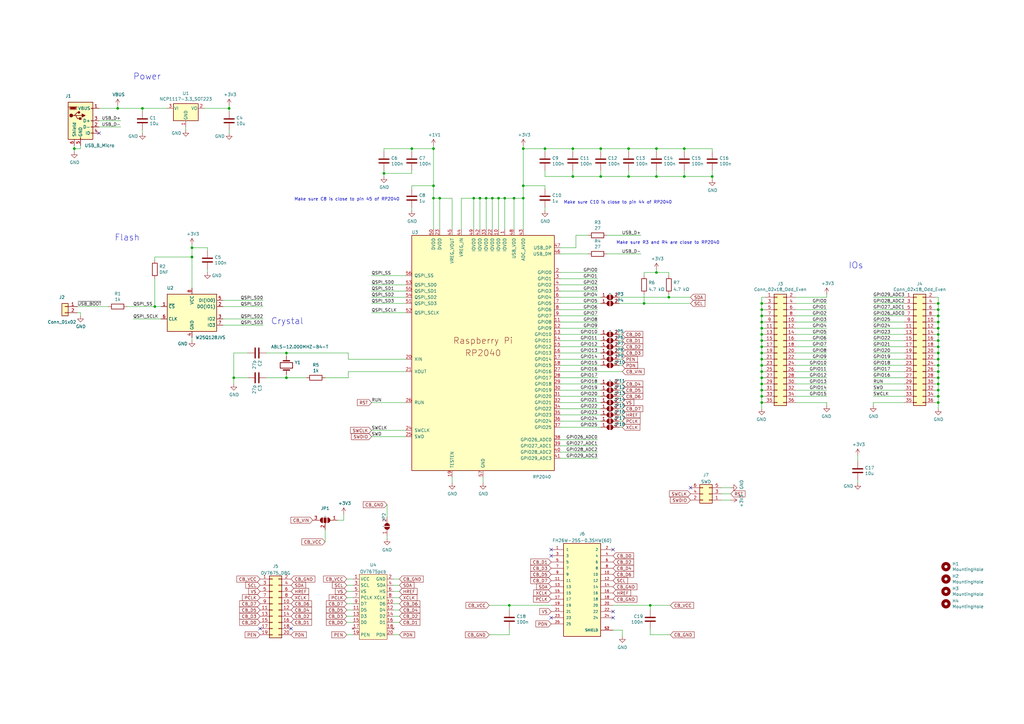
<source format=kicad_sch>
(kicad_sch (version 20211123) (generator eeschema)
  (paper "A3")
  (title_block (title "RP2040 Minimal Design Example") (date "2020-12-18") (rev "REV1") (company "Raspberry Pi (Trading) Ltd"))
  (junction (at 384.81 127))
  (junction (at 196.85 81.28))
  (junction (at 312.42 154.94))
  (junction (at 384.81 124.46))
  (junction (at 384.81 154.94))
  (junction (at 246.38 60.96))
  (junction (at 280.67 60.96))
  (junction (at 214.63 60.96))
  (junction (at 264.16 124.46))
  (junction (at 312.42 124.46))
  (junction (at 257.81 60.96))
  (junction (at 312.42 149.86))
  (junction (at 312.42 129.54))
  (junction (at 269.24 111.76))
  (junction (at 384.81 165.1))
  (junction (at 177.8 60.96))
  (junction (at 384.81 137.16))
  (junction (at 269.24 72.39))
  (junction (at 223.52 60.96))
  (junction (at 384.81 162.56))
  (junction (at 269.24 60.96))
  (junction (at 180.34 81.28))
  (junction (at 384.81 132.08))
  (junction (at 117.475 144.78))
  (junction (at 214.63 81.28))
  (junction (at 207.01 81.28))
  (junction (at 312.42 147.32))
  (junction (at 157.48 71.12))
  (junction (at 30.48 60.96))
  (junction (at 234.95 60.96))
  (junction (at 199.39 81.28))
  (junction (at 194.31 81.28))
  (junction (at 312.42 132.08))
  (junction (at 177.8 81.28))
  (junction (at 208.915 248.285))
  (junction (at 312.42 165.1))
  (junction (at 312.42 157.48))
  (junction (at 312.42 152.4))
  (junction (at 117.475 154.94))
  (junction (at 384.81 134.62))
  (junction (at 312.42 162.56))
  (junction (at 210.82 81.28))
  (junction (at 246.38 72.39))
  (junction (at 384.81 147.32))
  (junction (at 257.81 72.39))
  (junction (at 78.74 101.6))
  (junction (at 384.81 152.4))
  (junction (at 93.98 44.45))
  (junction (at 312.42 134.62))
  (junction (at 384.81 139.7))
  (junction (at 280.67 72.39))
  (junction (at 78.74 105.41))
  (junction (at 312.42 127))
  (junction (at 312.42 160.02))
  (junction (at 204.47 81.28))
  (junction (at 384.81 157.48))
  (junction (at 312.42 137.16))
  (junction (at 312.42 144.78))
  (junction (at 48.26 44.45))
  (junction (at 384.81 160.02))
  (junction (at 384.81 149.86))
  (junction (at 312.42 142.24))
  (junction (at 384.81 142.24))
  (junction (at 312.42 139.7))
  (junction (at 58.42 44.45))
  (junction (at 234.95 72.39))
  (junction (at 384.81 129.54))
  (junction (at 95.885 154.94))
  (junction (at 266.7 248.285))
  (junction (at 201.93 81.28))
  (junction (at 214.63 76.2))
  (junction (at 63.5 125.73))
  (junction (at 168.91 60.96))
  (junction (at 384.81 144.78))
  (junction (at 274.32 121.92))
  (junction (at 292.1 72.39))
  (junction (at 177.8 76.2))
  (no_connect (at 106.68 257.81))
  (no_connect (at 119.38 257.81))
  (no_connect (at 251.46 253.365))
  (no_connect (at 226.06 253.365))
  (no_connect (at 251.46 225.425))
  (no_connect (at 251.46 250.825))
  (no_connect (at 226.06 225.425))
  (no_connect (at 226.06 227.965))
  (no_connect (at 283.21 200.025))
  (no_connect (at 40.64 54.61))
  (wire (pts (xy 383.54 129.54) (xy 384.81 129.54)))
  (wire (pts (xy 63.5 106.68) (xy 63.5 105.41)))
  (wire (pts (xy 254 157.48) (xy 255.27 157.48)))
  (wire (pts (xy 48.26 44.45) (xy 58.42 44.45)))
  (wire (pts (xy 138.43 213.36) (xy 140.97 213.36)))
  (wire (pts (xy 313.69 127) (xy 312.42 127)))
  (wire (pts (xy 274.955 260.35) (xy 266.7 260.35)))
  (wire (pts (xy 339.09 144.78) (xy 326.39 144.78)))
  (wire (pts (xy 161.29 252.73) (xy 163.83 252.73)))
  (wire (pts (xy 312.42 121.92) (xy 312.42 124.46)))
  (wire (pts (xy 180.34 81.28) (xy 177.8 81.28)))
  (wire (pts (xy 251.46 258.445) (xy 255.27 258.445)))
  (wire (pts (xy 351.79 186.69) (xy 351.79 189.23)))
  (wire (pts (xy 248.92 104.14) (xy 262.89 104.14)))
  (wire (pts (xy 229.87 154.94) (xy 245.11 154.94)))
  (wire (pts (xy 370.84 132.08) (xy 358.14 132.08)))
  (wire (pts (xy 85.09 101.6) (xy 78.74 101.6)))
  (wire (pts (xy 269.24 111.76) (xy 274.32 111.76)))
  (wire (pts (xy 254 175.26) (xy 255.27 175.26)))
  (wire (pts (xy 208.915 248.285) (xy 226.06 248.285)))
  (wire (pts (xy 140.97 210.82) (xy 140.97 213.36)))
  (wire (pts (xy 269.24 69.85) (xy 269.24 72.39)))
  (wire (pts (xy 383.54 157.48) (xy 384.81 157.48)))
  (wire (pts (xy 161.29 260.35) (xy 163.83 260.35)))
  (wire (pts (xy 33.02 128.27) (xy 33.02 129.54)))
  (wire (pts (xy 78.74 101.6) (xy 78.74 105.41)))
  (wire (pts (xy 312.42 162.56) (xy 312.42 165.1)))
  (wire (pts (xy 383.54 121.92) (xy 384.81 121.92)))
  (wire (pts (xy 229.87 162.56) (xy 246.38 162.56)))
  (wire (pts (xy 384.81 124.46) (xy 384.81 127)))
  (wire (pts (xy 292.1 62.23) (xy 292.1 60.96)))
  (wire (pts (xy 312.42 139.7) (xy 312.42 142.24)))
  (wire (pts (xy 157.48 71.12) (xy 157.48 72.39)))
  (wire (pts (xy 312.42 137.16) (xy 312.42 139.7)))
  (wire (pts (xy 117.475 153.67) (xy 117.475 154.94)))
  (wire (pts (xy 384.81 165.1) (xy 384.81 167.64)))
  (wire (pts (xy 383.54 124.46) (xy 384.81 124.46)))
  (wire (pts (xy 313.69 144.78) (xy 312.42 144.78)))
  (wire (pts (xy 133.35 154.94) (xy 142.875 154.94)))
  (wire (pts (xy 358.14 165.1) (xy 370.84 165.1)))
  (wire (pts (xy 78.74 100.33) (xy 78.74 101.6)))
  (wire (pts (xy 229.87 180.34) (xy 245.11 180.34)))
  (wire (pts (xy 48.26 43.18) (xy 48.26 44.45)))
  (wire (pts (xy 312.42 144.78) (xy 312.42 147.32)))
  (wire (pts (xy 339.09 127) (xy 326.39 127)))
  (wire (pts (xy 312.42 124.46) (xy 312.42 127)))
  (wire (pts (xy 248.92 96.52) (xy 262.89 96.52)))
  (wire (pts (xy 295.91 200.025) (xy 299.72 200.025)))
  (wire (pts (xy 257.81 72.39) (xy 246.38 72.39)))
  (wire (pts (xy 133.35 217.17) (xy 133.35 222.25)))
  (wire (pts (xy 383.54 134.62) (xy 384.81 134.62)))
  (wire (pts (xy 313.69 149.86) (xy 312.42 149.86)))
  (wire (pts (xy 384.81 160.02) (xy 384.81 162.56)))
  (wire (pts (xy 339.09 134.62) (xy 326.39 134.62)))
  (wire (pts (xy 161.29 245.11) (xy 163.83 245.11)))
  (wire (pts (xy 254 124.46) (xy 264.16 124.46)))
  (wire (pts (xy 200.66 260.35) (xy 208.915 260.35)))
  (wire (pts (xy 158.75 219.71) (xy 158.75 220.98)))
  (wire (pts (xy 312.42 134.62) (xy 312.42 137.16)))
  (wire (pts (xy 168.91 71.12) (xy 168.91 69.85)))
  (wire (pts (xy 384.81 121.92) (xy 384.81 124.46)))
  (wire (pts (xy 31.75 128.27) (xy 33.02 128.27)))
  (wire (pts (xy 384.81 144.78) (xy 384.81 147.32)))
  (wire (pts (xy 95.885 154.94) (xy 95.885 157.48)))
  (wire (pts (xy 229.87 157.48) (xy 246.38 157.48)))
  (wire (pts (xy 168.91 77.47) (xy 168.91 76.2)))
  (wire (pts (xy 229.87 101.6) (xy 236.22 101.6)))
  (wire (pts (xy 383.54 149.86) (xy 384.81 149.86)))
  (wire (pts (xy 383.54 162.56) (xy 384.81 162.56)))
  (wire (pts (xy 185.42 93.98) (xy 185.42 81.28)))
  (wire (pts (xy 229.87 137.16) (xy 246.38 137.16)))
  (wire (pts (xy 201.93 81.28) (xy 204.47 81.28)))
  (wire (pts (xy 85.09 110.49) (xy 85.09 111.76)))
  (wire (pts (xy 229.87 111.76) (xy 245.11 111.76)))
  (wire (pts (xy 223.52 77.47) (xy 223.52 76.2)))
  (wire (pts (xy 63.5 125.73) (xy 66.04 125.73)))
  (wire (pts (xy 339.09 137.16) (xy 326.39 137.16)))
  (wire (pts (xy 229.87 182.88) (xy 245.11 182.88)))
  (wire (pts (xy 254 172.72) (xy 255.27 172.72)))
  (wire (pts (xy 177.8 76.2) (xy 177.8 81.28)))
  (wire (pts (xy 312.42 129.54) (xy 312.42 132.08)))
  (wire (pts (xy 370.84 157.48) (xy 358.14 157.48)))
  (wire (pts (xy 177.8 60.96) (xy 177.8 76.2)))
  (wire (pts (xy 214.63 76.2) (xy 223.52 76.2)))
  (wire (pts (xy 370.84 137.16) (xy 358.14 137.16)))
  (wire (pts (xy 44.45 125.73) (xy 31.75 125.73)))
  (wire (pts (xy 254 144.78) (xy 255.27 144.78)))
  (wire (pts (xy 33.02 60.96) (xy 30.48 60.96)))
  (wire (pts (xy 292.1 69.85) (xy 292.1 72.39)))
  (wire (pts (xy 58.42 53.34) (xy 58.42 54.61)))
  (wire (pts (xy 166.37 128.27) (xy 152.4 128.27)))
  (wire (pts (xy 257.81 69.85) (xy 257.81 72.39)))
  (wire (pts (xy 254 137.16) (xy 255.27 137.16)))
  (wire (pts (xy 234.95 60.96) (xy 246.38 60.96)))
  (wire (pts (xy 384.81 147.32) (xy 384.81 149.86)))
  (wire (pts (xy 152.4 119.38) (xy 166.37 119.38)))
  (wire (pts (xy 168.91 76.2) (xy 177.8 76.2)))
  (wire (pts (xy 254 149.86) (xy 255.27 149.86)))
  (wire (pts (xy 229.87 142.24) (xy 246.38 142.24)))
  (wire (pts (xy 58.42 45.72) (xy 58.42 44.45)))
  (wire (pts (xy 161.29 255.27) (xy 163.83 255.27)))
  (wire (pts (xy 78.74 138.43) (xy 78.74 139.7)))
  (wire (pts (xy 142.24 240.03) (xy 144.78 240.03)))
  (wire (pts (xy 246.38 69.85) (xy 246.38 72.39)))
  (wire (pts (xy 313.69 137.16) (xy 312.42 137.16)))
  (wire (pts (xy 91.44 130.81) (xy 107.95 130.81)))
  (wire (pts (xy 339.09 147.32) (xy 326.39 147.32)))
  (wire (pts (xy 383.54 147.32) (xy 384.81 147.32)))
  (wire (pts (xy 229.87 129.54) (xy 245.11 129.54)))
  (wire (pts (xy 142.875 152.4) (xy 166.37 152.4)))
  (wire (pts (xy 199.39 81.28) (xy 201.93 81.28)))
  (wire (pts (xy 246.38 72.39) (xy 234.95 72.39)))
  (wire (pts (xy 370.84 142.24) (xy 358.14 142.24)))
  (wire (pts (xy 384.81 154.94) (xy 384.81 157.48)))
  (wire (pts (xy 229.87 167.64) (xy 246.38 167.64)))
  (wire (pts (xy 351.79 196.85) (xy 351.79 198.12)))
  (wire (pts (xy 161.29 242.57) (xy 163.83 242.57)))
  (wire (pts (xy 168.91 62.23) (xy 168.91 60.96)))
  (wire (pts (xy 384.81 127) (xy 384.81 129.54)))
  (wire (pts (xy 236.22 96.52) (xy 236.22 101.6)))
  (wire (pts (xy 255.27 258.445) (xy 255.27 260.985)))
  (wire (pts (xy 161.29 247.65) (xy 163.83 247.65)))
  (wire (pts (xy 157.48 60.96) (xy 168.91 60.96)))
  (wire (pts (xy 312.42 165.1) (xy 312.42 167.64)))
  (wire (pts (xy 78.74 105.41) (xy 78.74 118.11)))
  (wire (pts (xy 161.29 250.19) (xy 163.83 250.19)))
  (wire (pts (xy 280.67 60.96) (xy 292.1 60.96)))
  (wire (pts (xy 370.84 127) (xy 358.14 127)))
  (wire (pts (xy 257.81 62.23) (xy 257.81 60.96)))
  (wire (pts (xy 312.42 142.24) (xy 312.42 144.78)))
  (wire (pts (xy 91.44 125.73) (xy 107.95 125.73)))
  (wire (pts (xy 223.52 69.85) (xy 223.52 72.39)))
  (wire (pts (xy 185.42 81.28) (xy 180.34 81.28)))
  (wire (pts (xy 339.09 160.02) (xy 326.39 160.02)))
  (wire (pts (xy 229.87 124.46) (xy 246.38 124.46)))
  (wire (pts (xy 312.42 157.48) (xy 312.42 160.02)))
  (wire (pts (xy 384.81 152.4) (xy 384.81 154.94)))
  (wire (pts (xy 93.98 53.34) (xy 93.98 54.61)))
  (wire (pts (xy 370.84 160.02) (xy 358.14 160.02)))
  (wire (pts (xy 229.87 127) (xy 245.11 127)))
  (wire (pts (xy 142.24 245.11) (xy 144.78 245.11)))
  (wire (pts (xy 339.09 165.1) (xy 326.39 165.1)))
  (wire (pts (xy 229.87 149.86) (xy 246.38 149.86)))
  (wire (pts (xy 142.24 250.19) (xy 144.78 250.19)))
  (wire (pts (xy 313.69 132.08) (xy 312.42 132.08)))
  (wire (pts (xy 117.475 144.78) (xy 142.875 144.78)))
  (wire (pts (xy 264.16 113.03) (xy 264.16 111.76)))
  (wire (pts (xy 40.64 52.07) (xy 49.53 52.07)))
  (wire (pts (xy 229.87 139.7) (xy 246.38 139.7)))
  (wire (pts (xy 229.87 165.1) (xy 246.38 165.1)))
  (wire (pts (xy 280.67 72.39) (xy 269.24 72.39)))
  (wire (pts (xy 313.69 165.1) (xy 312.42 165.1)))
  (wire (pts (xy 199.39 93.98) (xy 199.39 81.28)))
  (wire (pts (xy 312.42 132.08) (xy 312.42 134.62)))
  (wire (pts (xy 339.09 129.54) (xy 326.39 129.54)))
  (wire (pts (xy 204.47 93.98) (xy 204.47 81.28)))
  (wire (pts (xy 229.87 121.92) (xy 246.38 121.92)))
  (wire (pts (xy 166.37 165.1) (xy 152.4 165.1)))
  (wire (pts (xy 207.01 81.28) (xy 207.01 93.98)))
  (wire (pts (xy 142.24 242.57) (xy 144.78 242.57)))
  (wire (pts (xy 177.8 59.69) (xy 177.8 60.96)))
  (wire (pts (xy 68.58 44.45) (xy 58.42 44.45)))
  (wire (pts (xy 229.87 185.42) (xy 245.11 185.42)))
  (wire (pts (xy 370.84 134.62) (xy 358.14 134.62)))
  (wire (pts (xy 339.09 149.86) (xy 326.39 149.86)))
  (wire (pts (xy 91.44 133.35) (xy 107.95 133.35)))
  (wire (pts (xy 152.4 124.46) (xy 166.37 124.46)))
  (wire (pts (xy 384.81 129.54) (xy 384.81 132.08)))
  (wire (pts (xy 223.52 85.09) (xy 223.52 86.36)))
  (wire (pts (xy 254 162.56) (xy 255.27 162.56)))
  (wire (pts (xy 63.5 105.41) (xy 78.74 105.41)))
  (wire (pts (xy 142.24 247.65) (xy 144.78 247.65)))
  (wire (pts (xy 339.09 152.4) (xy 326.39 152.4)))
  (wire (pts (xy 370.84 154.94) (xy 358.14 154.94)))
  (wire (pts (xy 370.84 162.56) (xy 358.14 162.56)))
  (wire (pts (xy 142.875 144.78) (xy 142.875 147.32)))
  (wire (pts (xy 185.42 195.58) (xy 185.42 198.12)))
  (wire (pts (xy 109.22 144.78) (xy 117.475 144.78)))
  (wire (pts (xy 180.34 93.98) (xy 180.34 81.28)))
  (wire (pts (xy 229.87 104.14) (xy 241.3 104.14)))
  (wire (pts (xy 370.84 121.92) (xy 358.14 121.92)))
  (wire (pts (xy 158.75 207.01) (xy 158.75 212.09)))
  (wire (pts (xy 254 160.02) (xy 255.27 160.02)))
  (wire (pts (xy 383.54 154.94) (xy 384.81 154.94)))
  (wire (pts (xy 339.09 132.08) (xy 326.39 132.08)))
  (wire (pts (xy 339.09 139.7) (xy 326.39 139.7)))
  (wire (pts (xy 229.87 147.32) (xy 246.38 147.32)))
  (wire (pts (xy 384.81 149.86) (xy 384.81 152.4)))
  (wire (pts (xy 142.24 252.73) (xy 144.78 252.73)))
  (wire (pts (xy 85.09 102.87) (xy 85.09 101.6)))
  (wire (pts (xy 157.48 69.85) (xy 157.48 71.12)))
  (wire (pts (xy 313.69 154.94) (xy 312.42 154.94)))
  (wire (pts (xy 313.69 160.02) (xy 312.42 160.02)))
  (wire (pts (xy 142.875 147.32) (xy 166.37 147.32)))
  (wire (pts (xy 210.82 81.28) (xy 214.63 81.28)))
  (wire (pts (xy 52.07 125.73) (xy 63.5 125.73)))
  (wire (pts (xy 339.09 166.37) (xy 339.09 165.1)))
  (wire (pts (xy 384.81 162.56) (xy 384.81 165.1)))
  (wire (pts (xy 63.5 114.3) (xy 63.5 125.73)))
  (wire (pts (xy 229.87 172.72) (xy 246.38 172.72)))
  (wire (pts (xy 101.6 144.78) (xy 95.885 144.78)))
  (wire (pts (xy 384.81 134.62) (xy 384.81 137.16)))
  (wire (pts (xy 200.66 248.285) (xy 208.915 248.285)))
  (wire (pts (xy 76.2 52.07) (xy 76.2 53.34)))
  (wire (pts (xy 339.09 154.94) (xy 326.39 154.94)))
  (wire (pts (xy 214.63 59.69) (xy 214.63 60.96)))
  (wire (pts (xy 383.54 165.1) (xy 384.81 165.1)))
  (wire (pts (xy 370.84 139.7) (xy 358.14 139.7)))
  (wire (pts (xy 266.7 248.285) (xy 266.7 250.19)))
  (wire (pts (xy 269.24 60.96) (xy 280.67 60.96)))
  (wire (pts (xy 358.14 166.37) (xy 358.14 165.1)))
  (wire (pts (xy 194.31 81.28) (xy 196.85 81.28)))
  (wire (pts (xy 313.69 162.56) (xy 312.42 162.56)))
  (wire (pts (xy 166.37 179.07) (xy 152.4 179.07)))
  (wire (pts (xy 168.91 85.09) (xy 168.91 86.36)))
  (wire (pts (xy 254 165.1) (xy 255.27 165.1)))
  (wire (pts (xy 370.84 124.46) (xy 358.14 124.46)))
  (wire (pts (xy 313.69 147.32) (xy 312.42 147.32)))
  (wire (pts (xy 229.87 170.18) (xy 246.38 170.18)))
  (wire (pts (xy 383.54 132.08) (xy 384.81 132.08)))
  (wire (pts (xy 33.02 59.69) (xy 33.02 60.96)))
  (wire (pts (xy 312.42 160.02) (xy 312.42 162.56)))
  (wire (pts (xy 313.69 124.46) (xy 312.42 124.46)))
  (wire (pts (xy 40.64 49.53) (xy 49.53 49.53)))
  (wire (pts (xy 157.48 62.23) (xy 157.48 60.96)))
  (wire (pts (xy 40.64 44.45) (xy 48.26 44.45)))
  (wire (pts (xy 204.47 81.28) (xy 207.01 81.28)))
  (wire (pts (xy 384.81 157.48) (xy 384.81 160.02)))
  (wire (pts (xy 166.37 176.53) (xy 152.4 176.53)))
  (wire (pts (xy 257.81 60.96) (xy 269.24 60.96)))
  (wire (pts (xy 312.42 149.86) (xy 312.42 152.4)))
  (wire (pts (xy 292.1 72.39) (xy 292.1 73.66)))
  (wire (pts (xy 254 170.18) (xy 255.27 170.18)))
  (wire (pts (xy 339.09 142.24) (xy 326.39 142.24)))
  (wire (pts (xy 246.38 60.96) (xy 257.81 60.96)))
  (wire (pts (xy 269.24 62.23) (xy 269.24 60.96)))
  (wire (pts (xy 313.69 121.92) (xy 312.42 121.92)))
  (wire (pts (xy 83.82 44.45) (xy 93.98 44.45)))
  (wire (pts (xy 264.16 124.46) (xy 283.21 124.46)))
  (wire (pts (xy 274.955 248.285) (xy 266.7 248.285)))
  (wire (pts (xy 383.54 127) (xy 384.81 127)))
  (wire (pts (xy 312.42 152.4) (xy 312.42 154.94)))
  (wire (pts (xy 198.12 195.58) (xy 198.12 198.12)))
  (wire (pts (xy 264.16 120.65) (xy 264.16 124.46)))
  (wire (pts (xy 229.87 160.02) (xy 246.38 160.02)))
  (wire (pts (xy 177.8 81.28) (xy 177.8 93.98)))
  (wire (pts (xy 370.84 129.54) (xy 358.14 129.54)))
  (wire (pts (xy 229.87 175.26) (xy 246.38 175.26)))
  (wire (pts (xy 166.37 113.03) (xy 152.4 113.03)))
  (wire (pts (xy 313.69 139.7) (xy 312.42 139.7)))
  (wire (pts (xy 234.95 69.85) (xy 234.95 72.39)))
  (wire (pts (xy 280.67 69.85) (xy 280.67 72.39)))
  (wire (pts (xy 384.81 137.16) (xy 384.81 139.7)))
  (wire (pts (xy 313.69 134.62) (xy 312.42 134.62)))
  (wire (pts (xy 254 139.7) (xy 255.27 139.7)))
  (wire (pts (xy 339.09 121.92) (xy 326.39 121.92)))
  (wire (pts (xy 196.85 81.28) (xy 199.39 81.28)))
  (wire (pts (xy 383.54 152.4) (xy 384.81 152.4)))
  (wire (pts (xy 370.84 147.32) (xy 358.14 147.32)))
  (wire (pts (xy 95.885 144.78) (xy 95.885 154.94)))
  (wire (pts (xy 254 147.32) (xy 255.27 147.32)))
  (wire (pts (xy 229.87 187.96) (xy 245.11 187.96)))
  (wire (pts (xy 254 121.92) (xy 274.32 121.92)))
  (wire (pts (xy 152.4 116.84) (xy 166.37 116.84)))
  (wire (pts (xy 214.63 60.96) (xy 214.63 76.2)))
  (wire (pts (xy 229.87 119.38) (xy 245.11 119.38)))
  (wire (pts (xy 93.98 44.45) (xy 93.98 43.18)))
  (wire (pts (xy 168.91 60.96) (xy 177.8 60.96)))
  (wire (pts (xy 295.91 202.565) (xy 299.72 202.565)))
  (wire (pts (xy 383.54 160.02) (xy 384.81 160.02)))
  (wire (pts (xy 339.09 162.56) (xy 326.39 162.56)))
  (wire (pts (xy 269.24 72.39) (xy 257.81 72.39)))
  (wire (pts (xy 295.91 205.105) (xy 299.72 205.105)))
  (wire (pts (xy 229.87 134.62) (xy 245.11 134.62)))
  (wire (pts (xy 280.67 62.23) (xy 280.67 60.96)))
  (wire (pts (xy 142.24 237.49) (xy 144.78 237.49)))
  (wire (pts (xy 223.52 62.23) (xy 223.52 60.96)))
  (wire (pts (xy 383.54 137.16) (xy 384.81 137.16)))
  (wire (pts (xy 383.54 144.78) (xy 384.81 144.78)))
  (wire (pts (xy 157.48 71.12) (xy 168.91 71.12)))
  (wire (pts (xy 280.67 72.39) (xy 292.1 72.39)))
  (wire (pts (xy 384.81 142.24) (xy 384.81 144.78)))
  (wire (pts (xy 229.87 116.84) (xy 245.11 116.84)))
  (wire (pts (xy 109.22 154.94) (xy 117.475 154.94)))
  (wire (pts (xy 214.63 60.96) (xy 223.52 60.96)))
  (wire (pts (xy 142.24 260.35) (xy 144.78 260.35)))
  (wire (pts (xy 274.32 121.92) (xy 283.21 121.92)))
  (wire (pts (xy 313.69 152.4) (xy 312.42 152.4)))
  (wire (pts (xy 101.6 154.94) (xy 95.885 154.94)))
  (wire (pts (xy 370.84 144.78) (xy 358.14 144.78)))
  (wire (pts (xy 370.84 152.4) (xy 358.14 152.4)))
  (wire (pts (xy 312.42 154.94) (xy 312.42 157.48)))
  (wire (pts (xy 229.87 114.3) (xy 245.11 114.3)))
  (wire (pts (xy 313.69 142.24) (xy 312.42 142.24)))
  (wire (pts (xy 383.54 139.7) (xy 384.81 139.7)))
  (wire (pts (xy 264.16 111.76) (xy 269.24 111.76)))
  (wire (pts (xy 54.61 130.81) (xy 66.04 130.81)))
  (wire (pts (xy 370.84 149.86) (xy 358.14 149.86)))
  (wire (pts (xy 339.09 121.92) (xy 339.09 120.65)))
  (wire (pts (xy 207.01 81.28) (xy 210.82 81.28)))
  (wire (pts (xy 229.87 152.4) (xy 255.27 152.4)))
  (wire (pts (xy 254 167.64) (xy 255.27 167.64)))
  (wire (pts (xy 274.32 120.65) (xy 274.32 121.92)))
  (wire (pts (xy 117.475 154.94) (xy 125.73 154.94)))
  (wire (pts (xy 30.48 59.69) (xy 30.48 60.96)))
  (wire (pts (xy 161.29 240.03) (xy 163.83 240.03)))
  (wire (pts (xy 201.93 93.98) (xy 201.93 81.28)))
  (wire (pts (xy 214.63 81.28) (xy 214.63 93.98)))
  (wire (pts (xy 142.24 255.27) (xy 144.78 255.27)))
  (wire (pts (xy 91.44 123.19) (xy 107.95 123.19)))
  (wire (pts (xy 93.98 45.72) (xy 93.98 44.45)))
  (wire (pts (xy 30.48 60.96) (xy 30.48 62.23)))
  (wire (pts (xy 234.95 72.39) (xy 223.52 72.39)))
  (wire (pts (xy 194.31 93.98) (xy 194.31 81.28)))
  (wire (pts (xy 196.85 93.98) (xy 196.85 81.28)))
  (wire (pts (xy 383.54 142.24) (xy 384.81 142.24)))
  (wire (pts (xy 384.81 139.7) (xy 384.81 142.24)))
  (wire (pts (xy 236.22 96.52) (xy 241.3 96.52)))
  (wire (pts (xy 189.23 81.28) (xy 194.31 81.28)))
  (wire (pts (xy 208.915 248.285) (xy 208.915 250.19)))
  (wire (pts (xy 254 142.24) (xy 255.27 142.24)))
  (wire (pts (xy 251.46 248.285) (xy 266.7 248.285)))
  (wire (pts (xy 312.42 147.32) (xy 312.42 149.86)))
  (wire (pts (xy 189.23 93.98) (xy 189.23 81.28)))
  (wire (pts (xy 117.475 146.05) (xy 117.475 144.78)))
  (wire (pts (xy 152.4 121.92) (xy 166.37 121.92)))
  (wire (pts (xy 339.09 157.48) (xy 326.39 157.48)))
  (wire (pts (xy 223.52 60.96) (xy 234.95 60.96)))
  (wire (pts (xy 246.38 62.23) (xy 246.38 60.96)))
  (wire (pts (xy 142.875 154.94) (xy 142.875 152.4)))
  (wire (pts (xy 384.81 132.08) (xy 384.81 134.62)))
  (wire (pts (xy 313.69 129.54) (xy 312.42 129.54)))
  (wire (pts (xy 214.63 76.2) (xy 214.63 81.28)))
  (wire (pts (xy 229.87 132.08) (xy 245.11 132.08)))
  (wire (pts (xy 312.42 127) (xy 312.42 129.54)))
  (wire (pts (xy 208.915 260.35) (xy 208.915 257.81)))
  (wire (pts (xy 339.09 124.46) (xy 326.39 124.46)))
  (wire (pts (xy 269.24 110.49) (xy 269.24 111.76)))
  (wire (pts (xy 234.95 62.23) (xy 234.95 60.96)))
  (wire (pts (xy 313.69 157.48) (xy 312.42 157.48)))
  (wire (pts (xy 266.7 260.35) (xy 266.7 257.81)))
  (wire (pts (xy 274.32 111.76) (xy 274.32 113.03)))
  (wire (pts (xy 229.87 144.78) (xy 246.38 144.78)))
  (wire (pts (xy 210.82 93.98) (xy 210.82 81.28)))
  (wire (pts (xy 161.29 237.49) (xy 163.83 237.49)))
  (text "Make sure R3 and R4 are close to RP2040" (at 252.73 100.33 0) (effects (font (size 1.27 1.27)) (justify left bottom)))
  (text "Flash" (at 46.99 99.06 0) (effects (font (size 2.54 2.54)) (justify left bottom)))
  (text "Crystal" (at 111.125 133.35 0) (effects (font (size 2.54 2.54)) (justify left bottom)))
  (text "Power" (at 54.61 33.02 0) (effects (font (size 2.54 2.54)) (justify left bottom)))
  (text "IOs" (at 347.98 110.49 0) (effects (font (size 2.54 2.54)) (justify left bottom)))
  (text "Make sure C10 is close to pin 44 of RP2040" (at 231.14 83.82 0) (effects (font (size 1.27 1.27)) (justify left bottom)))
  (text "Make sure C8 is close to pin 45 of RP2040" (at 120.65 82.55 0) (effects (font (size 1.27 1.27)) (justify left bottom)))
  (label "GPIO25" (at 358.14 132.08 0))
  (label "GPIO20" (at 358.14 144.78 0))
  (label "GPIO22" (at 358.14 139.7 0))
  (label "GPIO17" (at 358.14 152.4 0))
  (label "GPIO13" (at 245.11 144.78 180))
  (label "USB_D-" (at 49.53 52.07 180))
  (label "GPIO27_ADC1" (at 358.14 127 0))
  (label "GPIO27_ADC1" (at 245.11 182.88 180))
  (label "QSPI_SS" (at 152.4 113.03 0))
  (label "GPIO17" (at 245.11 154.94 180))
  (label "GPIO19" (at 245.11 160.02 180))
  (label "GPIO26_ADC0" (at 245.11 180.34 180))
  (label "GPIO1" (at 339.09 127 180))
  (label "GPIO23" (at 358.14 137.16 0))
  (label "GPIO18" (at 245.11 157.48 180))
  (label "GPIO20" (at 245.11 162.56 180))
  (label "GPIO9" (at 339.09 147.32 180))
  (label "GPIO14" (at 245.11 147.32 180))
  (label "GPIO19" (at 358.14 147.32 0))
  (label "GPIO16" (at 358.14 154.94 0))
  (label "GPIO21" (at 245.11 165.1 180))
  (label "GPIO10" (at 339.09 149.86 180))
  (label "USB_D+" (at 49.53 49.53 180))
  (label "GPIO12" (at 339.09 154.94 180))
  (label "GPIO4" (at 245.11 121.92 180))
  (label "GPIO1" (at 245.11 114.3 180))
  (label "GPIO3" (at 245.11 119.38 180))
  (label "GPIO3" (at 339.09 132.08 180))
  (label "GPIO6" (at 339.09 139.7 180))
  (label "SWD" (at 358.14 160.02 0))
  (label "GPIO13" (at 339.09 157.48 180))
  (label "GPIO21" (at 358.14 142.24 0))
  (label "GPIO24" (at 245.11 172.72 180))
  (label "GPIO2" (at 245.11 116.84 180))
  (label "GPIO28_ADC2" (at 358.14 124.46 0))
  (label "RUN" (at 152.4 165.1 0))
  (label "GPIO24" (at 358.14 134.62 0))
  (label "GPIO26_ADC0" (at 358.14 129.54 0))
  (label "QSPI_SD1" (at 107.95 125.73 180))
  (label "GPIO6" (at 245.11 127 180))
  (label "QSPI_SD2" (at 152.4 121.92 0))
  (label "QSPI_SD2" (at 107.95 130.81 180))
  (label "RUN" (at 358.14 157.48 0))
  (label "GPIO11" (at 245.11 139.7 180))
  (label "~{USB_BOOT}" (at 31.75 125.73 0))
  (label "QSPI_SS" (at 54.61 125.73 0))
  (label "GPIO18" (at 358.14 149.86 0))
  (label "QSPI_SD3" (at 152.4 124.46 0))
  (label "GPIO4" (at 339.09 134.62 180))
  (label "GPIO11" (at 339.09 152.4 180))
  (label "SWCLK" (at 152.4 176.53 0))
  (label "GPIO15" (at 245.11 149.86 180))
  (label "GPIO28_ADC2" (at 245.11 185.42 180))
  (label "SWD" (at 152.4 179.07 0))
  (label "GPIO22" (at 245.11 167.64 180))
  (label "QSPI_SD1" (at 152.4 119.38 0))
  (label "GPIO25" (at 245.11 175.26 180))
  (label "GPIO10" (at 245.11 137.16 180))
  (label "GPIO7" (at 339.09 142.24 180))
  (label "GPIO8" (at 339.09 144.78 180))
  (label "GPIO15" (at 339.09 162.56 180))
  (label "GPIO5" (at 339.09 137.16 180))
  (label "USB_D-" (at 262.89 104.14 180))
  (label "SWCLK" (at 358.14 162.56 0))
  (label "QSPI_SD0" (at 152.4 116.84 0))
  (label "QSPI_SCLK" (at 152.4 128.27 0))
  (label "QSPI_SCLK" (at 54.61 130.81 0))
  (label "GPIO29_ADC3" (at 245.11 187.96 180))
  (label "GPIO5" (at 245.11 124.46 180))
  (label "GPIO8" (at 245.11 132.08 180))
  (label "QSPI_SD0" (at 107.95 123.19 180))
  (label "QSPI_SD3" (at 107.95 133.35 180))
  (label "GPIO14" (at 339.09 160.02 180))
  (label "GPIO0" (at 339.09 124.46 180))
  (label "GPIO0" (at 245.11 111.76 180))
  (label "GPIO29_ADC3" (at 358.14 121.92 0))
  (label "USB_D+" (at 262.89 96.52 180))
  (label "GPIO23" (at 245.11 170.18 180))
  (label "GPIO16" (at 245.11 152.4 180))
  (label "GPIO12" (at 245.11 142.24 180))
  (label "GPIO7" (at 245.11 129.54 180))
  (label "GPIO9" (at 245.11 134.62 180))
  (label "GPIO2" (at 339.09 129.54 180))
  (global_label "CB_GND" (shape input) (at 158.75 207.01 180) (property "Intersheet References" "${INTERSHEET_REFS}" (effects hide)))
  (global_label "PCLK" (shape input) (at 255.27 172.72 0) (property "Intersheet References" "${INTERSHEET_REFS}" (effects hide)))
  (global_label "VS" (shape input) (at 255.27 165.1 0) (property "Intersheet References" "${INTERSHEET_REFS}" (effects hide)))
  (global_label "SWDIO" (shape input) (at 283.21 205.105 180) (property "Intersheet References" "${INTERSHEET_REFS}" (effects hide)))
  (global_label "SWCLK" (shape input) (at 152.4 176.53 180) (property "Intersheet References" "${INTERSHEET_REFS}" (effects hide)))
  (global_label "CB_D7" (shape input) (at 255.27 167.64 0) (property "Intersheet References" "${INTERSHEET_REFS}" (effects hide)))
  (global_label "CB_D3" (shape input) (at 142.24 252.73 180) (property "Intersheet References" "${INTERSHEET_REFS}" (effects hide)))
  (global_label "CB_D2" (shape input) (at 163.83 252.73 0) (property "Intersheet References" "${INTERSHEET_REFS}" (effects hide)))
  (global_label "PDN" (shape input) (at 255.27 149.86 0) (property "Intersheet References" "${INTERSHEET_REFS}" (effects hide)))
  (global_label "CB_D6" (shape input) (at 163.83 247.65 0) (property "Intersheet References" "${INTERSHEET_REFS}" (effects hide)))
  (global_label "CB_D4" (shape input) (at 119.38 250.19 0) (property "Intersheet References" "${INTERSHEET_REFS}" (effects hide)))
  (global_label "PDN" (shape input) (at 163.83 260.35 0) (property "Intersheet References" "${INTERSHEET_REFS}" (effects hide)))
  (global_label "SCL" (shape input) (at 251.46 238.125 0) (property "Intersheet References" "${INTERSHEET_REFS}" (effects hide)))
  (global_label "XCLK" (shape input) (at 163.83 245.11 0) (property "Intersheet References" "${INTERSHEET_REFS}" (effects hide)))
  (global_label "CB_D1" (shape input) (at 163.83 255.27 0) (property "Intersheet References" "${INTERSHEET_REFS}" (effects hide)))
  (global_label "CB_VCC" (shape input) (at 274.955 248.285 0) (property "Intersheet References" "${INTERSHEET_REFS}" (effects hide)))
  (global_label "CB_VCC" (shape input) (at 142.24 237.49 180) (property "Intersheet References" "${INTERSHEET_REFS}" (effects hide)))
  (global_label "HREF" (shape input) (at 255.27 170.18 0) (property "Intersheet References" "${INTERSHEET_REFS}" (effects hide)))
  (global_label "CB_GND" (shape input) (at 274.955 260.35 0) (property "Intersheet References" "${INTERSHEET_REFS}" (effects hide)))
  (global_label "PEN" (shape input) (at 255.27 147.32 0) (property "Intersheet References" "${INTERSHEET_REFS}" (effects hide)))
  (global_label "CB_D4" (shape input) (at 255.27 157.48 0) (property "Intersheet References" "${INTERSHEET_REFS}" (effects hide)))
  (global_label "SCL" (shape input) (at 142.24 240.03 180) (property "Intersheet References" "${INTERSHEET_REFS}" (effects hide)))
  (global_label "SDA" (shape input) (at 163.83 240.03 0) (property "Intersheet References" "${INTERSHEET_REFS}" (effects hide)))
  (global_label "XCLK" (shape input) (at 255.27 175.26 0) (property "Intersheet References" "${INTERSHEET_REFS}" (effects hide)))
  (global_label "CB_GND" (shape input) (at 163.83 237.49 0) (property "Intersheet References" "${INTERSHEET_REFS}" (effects hide)))
  (global_label "SDA" (shape input) (at 283.21 121.92 0) (property "Intersheet References" "${INTERSHEET_REFS}" (effects hide)))
  (global_label "CB_D1" (shape input) (at 226.06 230.505 180) (property "Intersheet References" "${INTERSHEET_REFS}" (effects hide)))
  (global_label "CB_D0" (shape input) (at 251.46 227.965 0) (property "Intersheet References" "${INTERSHEET_REFS}" (effects hide)))
  (global_label "PCLK" (shape input) (at 142.24 245.11 180) (property "Intersheet References" "${INTERSHEET_REFS}" (effects hide)))
  (global_label "CB_D6" (shape input) (at 255.27 162.56 0) (property "Intersheet References" "${INTERSHEET_REFS}" (effects hide)))
  (global_label "CB_GND" (shape input) (at 251.46 240.665 0) (property "Intersheet References" "${INTERSHEET_REFS}" (effects hide)))
  (global_label "CB_D3" (shape input) (at 226.06 233.045 180) (property "Intersheet References" "${INTERSHEET_REFS}" (effects hide)))
  (global_label "CB_VIN" (shape input) (at 128.27 213.36 180) (property "Intersheet References" "${INTERSHEET_REFS}" (effects hide)))
  (global_label "RST" (shape input) (at 299.72 202.565 0) (property "Intersheet References" "${INTERSHEET_REFS}" (effects hide)))
  (global_label "CB_VCC" (shape input) (at 106.68 237.49 180) (property "Intersheet References" "${INTERSHEET_REFS}" (effects hide)))
  (global_label "CB_D2" (shape input) (at 119.38 252.73 0) (property "Intersheet References" "${INTERSHEET_REFS}" (effects hide)))
  (global_label "VS" (shape input) (at 106.68 242.57 180) (property "Intersheet References" "${INTERSHEET_REFS}" (effects hide)))
  (global_label "CB_D0" (shape input) (at 142.24 255.27 180) (property "Intersheet References" "${INTERSHEET_REFS}" (effects hide)))
  (global_label "VS" (shape input) (at 226.06 250.825 180) (property "Intersheet References" "${INTERSHEET_REFS}" (effects hide)))
  (global_label "CB_D1" (shape input) (at 119.38 255.27 0) (property "Intersheet References" "${INTERSHEET_REFS}" (effects hide)))
  (global_label "CB_D6" (shape input) (at 251.46 235.585 0) (property "Intersheet References" "${INTERSHEET_REFS}" (effects hide)))
  (global_label "CB_D1" (shape input) (at 255.27 139.7 0) (property "Intersheet References" "${INTERSHEET_REFS}" (effects hide)))
  (global_label "CB_GND" (shape input) (at 200.66 260.35 180) (property "Intersheet References" "${INTERSHEET_REFS}" (effects hide)))
  (global_label "HREF" (shape input) (at 251.46 243.205 0) (property "Intersheet References" "${INTERSHEET_REFS}" (effects hide)))
  (global_label "HREF" (shape input) (at 163.83 242.57 0) (property "Intersheet References" "${INTERSHEET_REFS}" (effects hide)))
  (global_label "SCL" (shape input) (at 283.21 124.46 0) (property "Intersheet References" "${INTERSHEET_REFS}" (effects hide)))
  (global_label "CB_D5" (shape input) (at 106.68 250.19 180) (property "Intersheet References" "${INTERSHEET_REFS}" (effects hide)))
  (global_label "CB_D2" (shape input) (at 251.46 230.505 0) (property "Intersheet References" "${INTERSHEET_REFS}" (effects hide)))
  (global_label "CB_VCC" (shape input) (at 133.35 222.25 180) (property "Intersheet References" "${INTERSHEET_REFS}" (effects hide)))
  (global_label "PEN" (shape input) (at 142.24 260.35 180) (property "Intersheet References" "${INTERSHEET_REFS}" (effects hide)))
  (global_label "RST" (shape input) (at 152.4 165.1 180) (property "Intersheet References" "${INTERSHEET_REFS}" (effects hide)))
  (global_label "CB_D7" (shape input) (at 142.24 247.65 180) (property "Intersheet References" "${INTERSHEET_REFS}" (effects hide)))
  (global_label "SCL" (shape input) (at 106.68 240.03 180) (property "Intersheet References" "${INTERSHEET_REFS}" (effects hide)))
  (global_label "PDN" (shape input) (at 226.06 255.905 180) (property "Intersheet References" "${INTERSHEET_REFS}" (effects hide)))
  (global_label "PCLK" (shape input) (at 226.06 245.745 180) (property "Intersheet References" "${INTERSHEET_REFS}" (effects hide)))
  (global_label "CB_D7" (shape input) (at 106.68 247.65 180) (property "Intersheet References" "${INTERSHEET_REFS}" (effects hide)))
  (global_label "XCLK" (shape input) (at 226.06 243.205 180) (property "Intersheet References" "${INTERSHEET_REFS}" (effects hide)))
  (global_label "SDA" (shape input) (at 226.06 240.665 180) (property "Intersheet References" "${INTERSHEET_REFS}" (effects hide)))
  (global_label "VS" (shape input) (at 142.24 242.57 180) (property "Intersheet References" "${INTERSHEET_REFS}" (effects hide)))
  (global_label "SDA" (shape input) (at 119.38 240.03 0) (property "Intersheet References" "${INTERSHEET_REFS}" (effects hide)))
  (global_label "SWCLK" (shape input) (at 283.21 202.565 180) (property "Intersheet References" "${INTERSHEET_REFS}" (effects hide)))
  (global_label "PCLK" (shape input) (at 106.68 245.11 180) (property "Intersheet References" "${INTERSHEET_REFS}" (effects hide)))
  (global_label "CB_D5" (shape input) (at 255.27 160.02 0) (property "Intersheet References" "${INTERSHEET_REFS}" (effects hide)))
  (global_label "CB_D0" (shape input) (at 106.68 255.27 180) (property "Intersheet References" "${INTERSHEET_REFS}" (effects hide)))
  (global_label "CB_D5" (shape input) (at 226.06 235.585 180) (property "Intersheet References" "${INTERSHEET_REFS}" (effects hide)))
  (global_label "CB_GND" (shape input) (at 119.38 237.49 0) (property "Intersheet References" "${INTERSHEET_REFS}" (effects hide)))
  (global_label "CB_GND" (shape input) (at 251.46 245.745 0) (property "Intersheet References" "${INTERSHEET_REFS}" (effects hide)))
  (global_label "HREF" (shape input) (at 119.38 242.57 0) (property "Intersheet References" "${INTERSHEET_REFS}" (effects hide)))
  (global_label "CB_D7" (shape input) (at 226.06 238.125 180) (property "Intersheet References" "${INTERSHEET_REFS}" (effects hide)))
  (global_label "CB_D0" (shape input) (at 255.27 137.16 0) (property "Intersheet References" "${INTERSHEET_REFS}" (effects hide)))
  (global_label "CB_D4" (shape input) (at 163.83 250.19 0) (property "Intersheet References" "${INTERSHEET_REFS}" (effects hide)))
  (global_label "CB_D2" (shape input) (at 255.27 142.24 0) (property "Intersheet References" "${INTERSHEET_REFS}" (effects hide)))
  (global_label "CB_D3" (shape input) (at 106.68 252.73 180) (property "Intersheet References" "${INTERSHEET_REFS}" (effects hide)))
  (global_label "PEN" (shape input) (at 106.68 260.35 180) (property "Intersheet References" "${INTERSHEET_REFS}" (effects hide)))
  (global_label "CB_D4" (shape input) (at 251.46 233.045 0) (property "Intersheet References" "${INTERSHEET_REFS}" (effects hide)))
  (global_label "CB_D5" (shape input) (at 142.24 250.19 180) (property "Intersheet References" "${INTERSHEET_REFS}" (effects hide)))
  (global_label "CB_D3" (shape input) (at 255.27 144.78 0) (property "Intersheet References" "${INTERSHEET_REFS}" (effects hide)))
  (global_label "CB_D6" (shape input) (at 119.38 247.65 0) (property "Intersheet References" "${INTERSHEET_REFS}" (effects hide)))
  (global_label "PDN" (shape input) (at 119.38 260.35 0) (property "Intersheet References" "${INTERSHEET_REFS}" (effects hide)))
  (global_label "XCLK" (shape input) (at 119.38 245.11 0) (property "Intersheet References" "${INTERSHEET_REFS}" (effects hide)))
  (global_label "CB_VCC" (shape input) (at 200.66 248.285 180) (property "Intersheet References" "${INTERSHEET_REFS}" (effects hide)))
  (global_label "SWDIO" (shape input) (at 152.4 179.07 180) (property "Intersheet References" "${INTERSHEET_REFS}" (effects hide)))
  (global_label "CB_VIN" (shape input) (at 255.27 152.4 0) (property "Intersheet References" "${INTERSHEET_REFS}" (effects hide)))
  (symbol (lib_id "MCU_RaspberryPi_RP2040:RP2040") (at 198.12 144.78 0) (unit 1)
    (property "Reference" "U3" (at 170.18 95.25 0))
    (property "Value" "RP2040" (at 222.25 195.58 0))
    (property "Footprint" "RP2040_minimal:RP2040-QFN-56" (effects hide))
  )
  (symbol (lib_id "Device:C") (at 105.41 144.78 270) (unit 1)
    (property "Reference" "C2" (at 106.5784 147.701 0) (effects (justify left)))
    (property "Value" "27p" (at 104.267 147.701 0) (effects (justify left)))
    (property "Footprint" "Capacitor_SMD:C_0402_1005Metric" (effects hide))
  )
  (symbol (lib_id "Device:C") (at 105.41 154.94 270) (unit 1)
    (property "Reference" "C3" (at 106.5784 157.861 0) (effects (justify left)))
    (property "Value" "27p" (at 104.267 157.861 0) (effects (justify left)))
    (property "Footprint" "Capacitor_SMD:C_0402_1005Metric" (effects hide))
  )
  (symbol (lib_id "power:GND") (at 95.885 157.48 0) (unit 1)
    (property "Reference" "#PWR06" (effects hide))
    (property "Value" "GND" (at 96.012 161.8742 0))
  )
  (symbol (lib_id "Memory_Flash:W25Q128JVS") (at 78.74 128.27 0) (unit 1)
    (property "Reference" "U2" (at 69.85 118.11 0))
    (property "Value" "W25Q128JVS" (at 86.36 138.43 0))
    (property "Footprint" "Package_SO:SOIC-8_5.23x5.23mm_P1.27mm" (effects hide))
    (property "Datasheet" "http://www.winbond.com/resource-files/w25q128jv_dtr%20revc%2003272018%20plus.pdf" (effects hide))
  )
  (symbol (lib_id "power:+3V3") (at 78.74 100.33 0) (unit 1)
    (property "Reference" "#PWR07" (effects hide))
    (property "Value" "+3V3" (at 79.121 95.9358 0))
  )
  (symbol (lib_id "power:GND") (at 78.74 139.7 0) (unit 1)
    (property "Reference" "#PWR08" (effects hide))
    (property "Value" "GND" (at 74.93 140.97 0))
  )
  (symbol (lib_id "Device:R") (at 63.5 110.49 0) (unit 1)
    (property "Reference" "R2" (at 65.278 109.3216 0) (effects (justify left)))
    (property "Value" "DNF" (at 65.278 111.633 0) (effects (justify left)))
    (property "Footprint" "Capacitor_SMD:C_0402_1005Metric" (effects hide))
  )
  (symbol (lib_id "Device:R") (at 48.26 125.73 270) (unit 1)
    (property "Reference" "R1" (at 48.26 120.4722 90))
    (property "Value" "1k" (at 48.26 122.7836 90))
    (property "Footprint" "Capacitor_SMD:C_0402_1005Metric" (effects hide))
  )
  (symbol (lib_id "Device:C") (at 85.09 106.68 0) (unit 1)
    (property "Reference" "C5" (at 88.011 105.5116 0) (effects (justify left)))
    (property "Value" "100n" (at 88.011 107.823 0) (effects (justify left)))
    (property "Footprint" "Capacitor_SMD:C_0402_1005Metric" (effects hide))
  )
  (symbol (lib_id "power:GND") (at 85.09 111.76 0) (unit 1)
    (property "Reference" "#PWR011" (effects hide))
    (property "Value" "GND" (at 88.9 113.03 0))
  )
  (symbol (lib_id "owts-rescue:USB_B_Micro-Connector") (at 33.02 49.53 0) (unit 1)
    (property "Reference" "J1" (at 29.21 39.37 0) (effects (justify right)))
    (property "Value" "USB_B_Micro" (at 46.99 59.69 0) (effects (justify right)))
    (property "Footprint" "RP2040_minimal:USB_Micro-B_Amphenol_10103594-0001LF_Horizontal_modified" (effects hide))
  )
  (symbol (lib_id "power:GND") (at 198.12 198.12 0) (unit 1)
    (property "Reference" "#PWR016" (effects hide))
    (property "Value" "GND" (at 198.247 202.5142 0))
  )
  (symbol (lib_id "power:GND") (at 185.42 198.12 0) (unit 1)
    (property "Reference" "#PWR015" (effects hide))
    (property "Value" "GND" (at 185.547 202.5142 0))
  )
  (symbol (lib_id "Device:R") (at 245.11 96.52 270) (unit 1)
    (property "Reference" "R3" (at 245.11 91.2622 90))
    (property "Value" "27" (at 245.11 93.5736 90))
    (property "Footprint" "Capacitor_SMD:C_0402_1005Metric" (effects hide))
  )
  (symbol (lib_id "Device:R") (at 245.11 104.14 270) (unit 1)
    (property "Reference" "R4" (at 245.11 98.8822 90))
    (property "Value" "27" (at 245.11 101.1936 90))
    (property "Footprint" "Capacitor_SMD:C_0402_1005Metric" (effects hide))
  )
  (symbol (lib_id "power:GND") (at 30.48 62.23 0) (unit 1)
    (property "Reference" "#PWR01" (effects hide))
    (property "Value" "GND" (at 30.607 66.6242 0))
  )
  (symbol (lib_id "power:GND") (at 339.09 166.37 0) (mirror y) (unit 1)
    (property "Reference" "#PWR020" (effects hide))
    (property "Value" "GND" (at 338.963 170.7642 0))
  )
  (symbol (lib_id "power:GND") (at 358.14 166.37 0) (unit 1)
    (property "Reference" "#PWR0101" (effects hide))
    (property "Value" "GND" (at 358.267 170.7642 0))
  )
  (symbol (lib_id "power:+3V3") (at 214.63 59.69 0) (unit 1)
    (property "Reference" "#PWR017" (effects hide))
    (property "Value" "+3V3" (at 215.011 55.2958 0))
  )
  (symbol (lib_id "power:+1V1") (at 177.8 59.69 0) (unit 1)
    (property "Reference" "#PWR014" (effects hide))
    (property "Value" "+1V1" (at 178.181 55.2958 0))
  )
  (symbol (lib_id "Device:C") (at 223.52 66.04 0) (unit 1)
    (property "Reference" "C9" (at 226.441 64.8716 0) (effects (justify left)))
    (property "Value" "100n" (at 226.441 67.183 0) (effects (justify left)))
    (property "Footprint" "Capacitor_SMD:C_0402_1005Metric" (effects hide))
  )
  (symbol (lib_id "Device:C") (at 234.95 66.04 0) (unit 1)
    (property "Reference" "C11" (at 237.871 64.8716 0) (effects (justify left)))
    (property "Value" "100n" (at 237.871 67.183 0) (effects (justify left)))
    (property "Footprint" "Capacitor_SMD:C_0402_1005Metric" (effects hide))
  )
  (symbol (lib_id "Device:C") (at 246.38 66.04 0) (unit 1)
    (property "Reference" "C12" (at 249.301 64.8716 0) (effects (justify left)))
    (property "Value" "100n" (at 249.301 67.183 0) (effects (justify left)))
    (property "Footprint" "Capacitor_SMD:C_0402_1005Metric" (effects hide))
  )
  (symbol (lib_id "Device:C") (at 257.81 66.04 0) (unit 1)
    (property "Reference" "C13" (at 260.731 64.8716 0) (effects (justify left)))
    (property "Value" "100n" (at 260.731 67.183 0) (effects (justify left)))
    (property "Footprint" "Capacitor_SMD:C_0402_1005Metric" (effects hide))
  )
  (symbol (lib_id "Device:C") (at 269.24 66.04 0) (unit 1)
    (property "Reference" "C14" (at 272.161 64.8716 0) (effects (justify left)))
    (property "Value" "100n" (at 272.161 67.183 0) (effects (justify left)))
    (property "Footprint" "Capacitor_SMD:C_0402_1005Metric" (effects hide))
  )
  (symbol (lib_id "Device:C") (at 280.67 66.04 0) (unit 1)
    (property "Reference" "C15" (at 283.591 64.8716 0) (effects (justify left)))
    (property "Value" "100n" (at 283.591 67.183 0) (effects (justify left)))
    (property "Footprint" "Capacitor_SMD:C_0402_1005Metric" (effects hide))
  )
  (symbol (lib_id "Device:C") (at 292.1 66.04 0) (unit 1)
    (property "Reference" "C16" (at 295.021 64.8716 0) (effects (justify left)))
    (property "Value" "100n" (at 295.021 67.183 0) (effects (justify left)))
    (property "Footprint" "Capacitor_SMD:C_0402_1005Metric" (effects hide))
  )
  (symbol (lib_id "Device:C") (at 157.48 66.04 0) (unit 1)
    (property "Reference" "C6" (at 160.401 64.8716 0) (effects (justify left)))
    (property "Value" "100n" (at 160.401 67.183 0) (effects (justify left)))
    (property "Footprint" "Capacitor_SMD:C_0402_1005Metric" (effects hide))
  )
  (symbol (lib_id "Device:C") (at 168.91 66.04 0) (unit 1)
    (property "Reference" "C7" (at 171.831 64.8716 0) (effects (justify left)))
    (property "Value" "100n" (at 171.831 67.183 0) (effects (justify left)))
    (property "Footprint" "Capacitor_SMD:C_0402_1005Metric" (effects hide))
  )
  (symbol (lib_id "Device:C") (at 168.91 81.28 0) (unit 1)
    (property "Reference" "C8" (at 171.831 80.1116 0) (effects (justify left)))
    (property "Value" "1u" (at 171.831 82.423 0) (effects (justify left)))
    (property "Footprint" "Capacitor_SMD:C_0402_1005Metric" (effects hide))
  )
  (symbol (lib_id "Device:C") (at 223.52 81.28 0) (unit 1)
    (property "Reference" "C10" (at 226.441 80.1116 0) (effects (justify left)))
    (property "Value" "1u" (at 226.441 82.423 0) (effects (justify left)))
    (property "Footprint" "Capacitor_SMD:C_0402_1005Metric" (effects hide))
  )
  (symbol (lib_id "Mechanical:MountingHole") (at 387.985 232.41 0) (unit 1)
    (property "Reference" "H1" (at 390.525 231.2416 0) (effects (justify left)))
    (property "Value" "MountingHole" (at 390.525 233.553 0) (effects (justify left)))
    (property "Footprint" "MountingHole:MountingHole_2.7mm_M2.5" (effects hide))
  )
  (symbol (lib_id "Mechanical:MountingHole") (at 387.985 237.49 0) (unit 1)
    (property "Reference" "H2" (at 390.525 236.3216 0) (effects (justify left)))
    (property "Value" "MountingHole" (at 390.525 238.633 0) (effects (justify left)))
    (property "Footprint" "MountingHole:MountingHole_2.7mm_M2.5" (effects hide))
  )
  (symbol (lib_id "Mechanical:MountingHole") (at 387.985 242.57 0) (unit 1)
    (property "Reference" "H3" (at 390.525 241.4016 0) (effects (justify left)))
    (property "Value" "MountingHole" (at 390.525 243.713 0) (effects (justify left)))
    (property "Footprint" "MountingHole:MountingHole_2.7mm_M2.5" (effects hide))
  )
  (symbol (lib_id "Mechanical:MountingHole") (at 387.985 247.65 0) (unit 1)
    (property "Reference" "H4" (at 390.525 246.4816 0) (effects (justify left)))
    (property "Value" "MountingHole" (at 390.525 248.793 0) (effects (justify left)))
    (property "Footprint" "MountingHole:MountingHole_2.7mm_M2.5" (effects hide))
  )
  (symbol (lib_id "power:GND") (at 292.1 73.66 0) (unit 1)
    (property "Reference" "#PWR023" (effects hide))
    (property "Value" "GND" (at 292.227 78.0542 0))
  )
  (symbol (lib_id "power:GND") (at 157.48 72.39 0) (unit 1)
    (property "Reference" "#PWR012" (effects hide))
    (property "Value" "GND" (at 157.607 76.7842 0))
  )
  (symbol (lib_id "power:GND") (at 168.91 86.36 0) (unit 1)
    (property "Reference" "#PWR013" (effects hide))
    (property "Value" "GND" (at 169.037 90.7542 0))
  )
  (symbol (lib_id "power:GND") (at 223.52 86.36 0) (unit 1)
    (property "Reference" "#PWR018" (effects hide))
    (property "Value" "GND" (at 223.647 90.7542 0))
  )
  (symbol (lib_id "Regulator_Linear:NCP1117-3.3_SOT223") (at 76.2 44.45 0) (unit 1)
    (property "Reference" "U1" (at 76.2 38.3032 0))
    (property "Value" "NCP1117-3.3_SOT223" (at 76.2 40.6146 0))
    (property "Footprint" "Package_TO_SOT_SMD:SOT-223-3_TabPin2" (effects hide))
    (property "Datasheet" "http://www.onsemi.com/pub_link/Collateral/NCP1117-D.PDF" (effects hide))
  )
  (symbol (lib_id "power:VBUS") (at 48.26 43.18 0) (unit 1)
    (property "Reference" "#PWR03" (effects hide))
    (property "Value" "VBUS" (at 48.641 38.7858 0))
  )
  (symbol (lib_id "power:GND") (at 76.2 53.34 0) (unit 1)
    (property "Reference" "#PWR05" (effects hide))
    (property "Value" "GND" (at 72.39 54.61 0))
  )
  (symbol (lib_id "power:+3V3") (at 93.98 43.18 0) (unit 1)
    (property "Reference" "#PWR09" (effects hide))
    (property "Value" "+3V3" (at 94.361 38.7858 0))
  )
  (symbol (lib_id "Device:C") (at 58.42 49.53 0) (unit 1)
    (property "Reference" "C1" (at 61.341 48.3616 0) (effects (justify left)))
    (property "Value" "10u" (at 61.341 50.673 0) (effects (justify left)))
    (property "Footprint" "Capacitor_SMD:C_0805_2012Metric" (effects hide))
  )
  (symbol (lib_id "Device:C") (at 93.98 49.53 0) (unit 1)
    (property "Reference" "C4" (at 96.901 48.3616 0) (effects (justify left)))
    (property "Value" "10u" (at 96.901 50.673 0) (effects (justify left)))
    (property "Footprint" "Capacitor_SMD:C_0805_2012Metric" (effects hide))
  )
  (symbol (lib_id "power:GND") (at 58.42 54.61 0) (unit 1)
    (property "Reference" "#PWR04" (effects hide))
    (property "Value" "GND" (at 54.61 55.88 0))
  )
  (symbol (lib_id "power:GND") (at 93.98 54.61 0) (unit 1)
    (property "Reference" "#PWR010" (effects hide))
    (property "Value" "GND" (at 90.17 55.88 0))
  )
  (symbol (lib_id "Device:R") (at 129.54 154.94 270) (unit 1)
    (property "Reference" "R5" (at 129.54 149.6822 90))
    (property "Value" "1k" (at 129.54 151.9936 90))
    (property "Footprint" "Capacitor_SMD:C_0402_1005Metric" (effects hide))
  )
  (symbol (lib_id "Device:Crystal") (at 117.475 149.86 270) (unit 1)
    (property "Reference" "Y1" (at 120.8024 148.6916 90) (effects (justify left)))
    (property "Value" "ABLS-12.000MHZ-B4-T" (at 111.125 142.24 90) (effects (justify left)))
    (property "Footprint" "RP2040_minimal:Crystal_SMD_HC49-US" (effects hide))
  )
  (symbol (lib_id "power:+3V3") (at 351.79 186.69 0) (unit 1)
    (property "Reference" "#PWR024" (effects hide))
    (property "Value" "+3V3" (at 352.171 182.2958 0))
  )
  (symbol (lib_id "Device:C") (at 351.79 193.04 0) (unit 1)
    (property "Reference" "C17" (at 354.711 191.8716 0) (effects (justify left)))
    (property "Value" "10u" (at 354.711 194.183 0) (effects (justify left)))
    (property "Footprint" "Capacitor_SMD:C_0805_2012Metric" (effects hide))
  )
  (symbol (lib_id "power:GND") (at 351.79 198.12 0) (unit 1)
    (property "Reference" "#PWR025" (effects hide))
    (property "Value" "GND" (at 347.98 199.39 0))
  )
  (symbol (lib_id "power:GND") (at 312.42 167.64 0) (mirror y) (unit 1)
    (property "Reference" "#PWR021" (effects hide))
    (property "Value" "GND" (at 312.293 172.0342 0))
  )
  (symbol (lib_id "power:GND") (at 384.81 167.64 0) (unit 1)
    (property "Reference" "#PWR022" (effects hide))
    (property "Value" "GND" (at 384.937 172.0342 0))
  )
  (symbol (lib_id "Connector_Generic:Conn_01x02") (at 26.67 125.73 0) (mirror y) (unit 1)
    (property "Reference" "J2" (at 25.4 121.92 0))
    (property "Value" "Conn_01x02" (at 25.4 132.08 0))
    (property "Footprint" "Connector_PinHeader_2.54mm:PinHeader_1x02_P2.54mm_Vertical" (effects hide))
  )
  (symbol (lib_id "power:GND") (at 33.02 129.54 0) (unit 1)
    (property "Reference" "#PWR02" (effects hide))
    (property "Value" "GND" (at 33.147 133.9342 0))
  )
  (symbol (lib_id "power:+3V3") (at 339.09 120.65 0) (unit 1)
    (property "Reference" "#PWR019" (effects hide))
    (property "Value" "+3V3" (at 339.471 116.2558 0))
  )
  (symbol (lib_id "Connector_Generic:Conn_02x18_Odd_Even") (at 375.92 142.24 0) (unit 1)
    (property "Reference" "J4" (at 377.19 116.4082 0))
    (property "Value" "Conn_02x18_Odd_Even" (at 377.19 118.7196 0))
    (property "Footprint" "Connector_PinHeader_2.54mm:PinHeader_2x18_P2.54mm_Vertical" (effects hide))
  )
  (symbol (lib_id "Connector_Generic:Conn_02x18_Odd_Even") (at 318.77 142.24 0) (unit 1)
    (property "Reference" "J3" (at 320.04 116.4082 0))
    (property "Value" "Conn_02x18_Odd_Even" (at 320.04 118.7196 0))
    (property "Footprint" "Connector_PinHeader_2.54mm:PinHeader_2x18_P2.54mm_Vertical" (effects hide))
  )
  (symbol (lib_id "Jumper:SolderJumper_3_Open") (at 133.35 213.36 0) (mirror y) (unit 1)
    (property "Reference" "JP1" (at 133.35 208.5045 0))
    (property "Value" "." (at 133.35 211.2796 0))
    (property "Footprint" "Jumper:SolderJumper-3_P1.3mm_Open_RoundedPad1.0x1.5mm" (effects hide))
  )
  (symbol (lib_id "Jumper:SolderJumper_2_Open") (at 250.19 167.64 0) (unit 1)
    (property "Reference" "JP15" (at 254 166.37 0))
    (property "Value" "." (at 250.19 165.5596 0))
    (property "Footprint" "Jumper:SolderJumper-2_P1.3mm_Open_RoundedPad1.0x1.5mm" (effects hide))
  )
  (symbol (lib_id "Connector_Generic:Conn_02x10_Odd_Even") (at 111.76 247.65 0) (unit 1)
    (property "Reference" "J5" (at 113.03 232.2535 0))
    (property "Value" "OV7675_DBG" (at 113.03 235.0286 0))
    (property "Footprint" "Connector_PinHeader_2.54mm:PinHeader_2x10_P2.54mm_Vertical" (effects hide))
  )
  (symbol (lib_id "Device:R") (at 274.32 116.84 0) (unit 1)
    (property "Reference" "R7" (at 276.098 115.9315 0) (effects (justify left)))
    (property "Value" "4.7 kΩ" (at 276.098 118.7066 0) (effects (justify left)))
    (property "Footprint" "Resistor_SMD:R_0805_2012Metric" (effects hide))
  )
  (symbol (lib_id "power:GND") (at 299.72 200.025 90) (unit 1)
    (property "Reference" "#PWR0105" (effects hide))
    (property "Value" "GND" (at 304.165 198.755 0))
  )
  (symbol (lib_id "Connector_Generic:Conn_02x03_Odd_Even") (at 290.83 202.565 180) (unit 1)
    (property "Reference" "J7" (at 289.56 194.7885 0))
    (property "Value" "SWD" (at 289.56 197.5636 0))
    (property "Footprint" "Connector_PinHeader_1.00mm:PinHeader_2x03_P1.00mm_Vertical" (effects hide))
  )
  (symbol (lib_id "Jumper:SolderJumper_2_Open") (at 158.75 215.9 90) (unit 1)
    (property "Reference" "JP2" (at 157.48 212.09 0))
    (property "Value" "." (at 156.6696 215.9 0))
    (property "Footprint" "Jumper:SolderJumper-2_P1.3mm_Open_RoundedPad1.0x1.5mm" (effects hide))
  )
  (symbol (lib_id "Jumper:SolderJumper_2_Open") (at 250.19 160.02 0) (unit 1)
    (property "Reference" "JP12" (at 254 158.75 0))
    (property "Value" "." (at 250.19 157.9396 0))
    (property "Footprint" "Jumper:SolderJumper-2_P1.3mm_Open_RoundedPad1.0x1.5mm" (effects hide))
  )
  (symbol (lib_id "FH26W-25S-0.3HW_60_:FH26W-25S-0.3SHW(60)") (at 238.76 240.665 0) (unit 1)
    (property "Reference" "J6" (at 238.76 218.9185 0))
    (property "Value" "FH26W-25S-0.3SHW(60)" (at 238.76 221.6936 0))
    (property "Footprint" "FH26W-25S-0:HRS_FH26W-25S-0.3SHW(60)" (effects hide))
    (property "STANDARD" "Manufacturer Recommendations" (effects hide))
    (property "PARTREV" "DIS-F-00006069" (effects hide))
    (property "MANUFACTURER" "HRS" (effects hide))
    (property "MAXIMUM_PACKAGE_HEIGHT" "2.3 mm" (effects hide))
  )
  (symbol (lib_id "power:GND") (at 255.27 260.985 0) (unit 1)
    (property "Reference" "#PWR026" (effects hide))
    (property "Value" "GND" (at 255.27 265.5475 0))
  )
  (symbol (lib_id "Jumper:SolderJumper_2_Open") (at 250.19 172.72 0) (unit 1)
    (property "Reference" "JP17" (at 254 171.45 0))
    (property "Value" "." (at 250.19 170.6396 0))
    (property "Footprint" "Jumper:SolderJumper-2_P1.3mm_Open_RoundedPad1.0x1.5mm" (effects hide))
  )
  (symbol (lib_id "Jumper:SolderJumper_2_Open") (at 250.19 175.26 0) (unit 1)
    (property "Reference" "JP18" (at 254 173.99 0))
    (property "Value" "." (at 250.19 173.1796 0))
    (property "Footprint" "Jumper:SolderJumper-2_P1.3mm_Open_RoundedPad1.0x1.5mm" (effects hide))
  )
  (symbol (lib_id "Jumper:SolderJumper_2_Open") (at 250.19 139.7 0) (unit 1)
    (property "Reference" "JP6" (at 254 138.43 0))
    (property "Value" "." (at 250.19 137.6196 0))
    (property "Footprint" "Jumper:SolderJumper-2_P1.3mm_Open_RoundedPad1.0x1.5mm" (effects hide))
  )
  (symbol (lib_id "Jumper:SolderJumper_2_Open") (at 250.19 170.18 0) (unit 1)
    (property "Reference" "JP16" (at 254 168.91 0))
    (property "Value" "." (at 250.19 168.0996 0))
    (property "Footprint" "Jumper:SolderJumper-2_P1.3mm_Open_RoundedPad1.0x1.5mm" (effects hide))
  )
  (symbol (lib_id "Jumper:SolderJumper_2_Open") (at 250.19 147.32 0) (unit 1)
    (property "Reference" "JP9" (at 254 146.05 0))
    (property "Value" "." (at 250.19 145.2396 0))
    (property "Footprint" "Jumper:SolderJumper-2_P1.3mm_Open_RoundedPad1.0x1.5mm" (effects hide))
  )
  (symbol (lib_id "Jumper:SolderJumper_2_Open") (at 250.19 157.48 0) (unit 1)
    (property "Reference" "JP11" (at 254 156.21 0))
    (property "Value" "." (at 250.19 155.3996 0))
    (property "Footprint" "Jumper:SolderJumper-2_P1.3mm_Open_RoundedPad1.0x1.5mm" (effects hide))
  )
  (symbol (lib_id "project:OV7675pcb") (at 153.035 235.585 0) (unit 1)
    (property "Reference" "U4" (at 153.035 231.6693 0))
    (property "Value" "OV7675pcb" (at 153.035 234.4444 0))
    (property "Footprint" "Connector_PinHeader_2.54mm:PinHeader_2x10_P2.54mm_Vertical" (effects hide))
  )
  (symbol (lib_id "Jumper:SolderJumper_2_Open") (at 250.19 165.1 0) (unit 1)
    (property "Reference" "JP14" (at 254 163.83 0))
    (property "Value" "." (at 250.19 163.0196 0))
    (property "Footprint" "Jumper:SolderJumper-2_P1.3mm_Open_RoundedPad1.0x1.5mm" (effects hide))
  )
  (symbol (lib_id "Device:C") (at 266.7 254 0) (mirror y) (unit 1)
    (property "Reference" "C19" (at 263.779 252.8316 0) (effects (justify left)))
    (property "Value" "100n" (at 263.779 255.143 0) (effects (justify left)))
    (property "Footprint" "Capacitor_SMD:C_0402_1005Metric" (effects hide))
  )
  (symbol (lib_id "Jumper:SolderJumper_2_Open") (at 250.19 144.78 0) (unit 1)
    (property "Reference" "JP8" (at 254 143.51 0))
    (property "Value" "." (at 250.19 142.6996 0))
    (property "Footprint" "Jumper:SolderJumper-2_P1.3mm_Open_RoundedPad1.0x1.5mm" (effects hide))
  )
  (symbol (lib_id "Device:R") (at 264.16 116.84 0) (unit 1)
    (property "Reference" "R6" (at 265.938 115.9315 0) (effects (justify left)))
    (property "Value" "4.7 kΩ" (at 265.938 118.7066 0) (effects (justify left)))
    (property "Footprint" "Resistor_SMD:R_0805_2012Metric" (effects hide))
  )
  (symbol (lib_id "Jumper:SolderJumper_2_Open") (at 250.19 142.24 0) (unit 1)
    (property "Reference" "JP7" (at 254 140.97 0))
    (property "Value" "." (at 250.19 140.1596 0))
    (property "Footprint" "Jumper:SolderJumper-2_P1.3mm_Open_RoundedPad1.0x1.5mm" (effects hide))
  )
  (symbol (lib_id "Jumper:SolderJumper_2_Open") (at 250.19 137.16 0) (unit 1)
    (property "Reference" "JP5" (at 254 135.89 0))
    (property "Value" "." (at 250.19 135.0796 0))
    (property "Footprint" "Jumper:SolderJumper-2_P1.3mm_Open_RoundedPad1.0x1.5mm" (effects hide))
  )
  (symbol (lib_id "power:+3V3") (at 269.24 110.49 0) (unit 1)
    (property "Reference" "#PWR0102" (effects hide))
    (property "Value" "+3V3" (at 269.621 106.0958 0))
  )
  (symbol (lib_id "Jumper:SolderJumper_2_Open") (at 250.19 149.86 0) (unit 1)
    (property "Reference" "JP10" (at 254 148.59 0))
    (property "Value" "." (at 250.19 147.7796 0))
    (property "Footprint" "Jumper:SolderJumper-2_P1.3mm_Open_RoundedPad1.0x1.5mm" (effects hide))
  )
  (symbol (lib_id "power:GND") (at 158.75 220.98 0) (unit 1)
    (property "Reference" "#PWR0104" (effects hide))
    (property "Value" "GND" (at 158.75 225.5425 0))
  )
  (symbol (lib_id "Jumper:SolderJumper_2_Open") (at 250.19 162.56 0) (unit 1)
    (property "Reference" "JP13" (at 254 161.29 0))
    (property "Value" "." (at 250.19 160.4796 0))
    (property "Footprint" "Jumper:SolderJumper-2_P1.3mm_Open_RoundedPad1.0x1.5mm" (effects hide))
  )
  (symbol (lib_id "power:+3V3") (at 299.72 205.105 270) (unit 1)
    (property "Reference" "#PWR0106" (effects hide))
    (property "Value" "+3V3" (at 304.1142 205.486 0))
  )
  (symbol (lib_id "power:+3V3") (at 140.97 210.82 0) (unit 1)
    (property "Reference" "#PWR0103" (effects hide))
    (property "Value" "+3V3" (at 141.351 206.4258 0))
  )
  (symbol (lib_id "Jumper:SolderJumper_2_Open") (at 250.19 121.92 0) (unit 1)
    (property "Reference" "JP3" (at 254 120.65 0))
    (property "Value" "." (at 250.19 119.8396 0))
    (property "Footprint" "Jumper:SolderJumper-2_P1.3mm_Open_RoundedPad1.0x1.5mm" (effects hide))
  )
  (symbol (lib_id "Jumper:SolderJumper_2_Open") (at 250.19 124.46 0) (unit 1)
    (property "Reference" "JP4" (at 254 123.19 0))
    (property "Value" "." (at 250.19 122.3796 0))
    (property "Footprint" "Jumper:SolderJumper-2_P1.3mm_Open_RoundedPad1.0x1.5mm" (effects hide))
  )
  (symbol (lib_id "Device:C") (at 208.915 254 0) (unit 1)
    (property "Reference" "C18" (at 211.836 252.8316 0) (effects (justify left)))
    (property "Value" "100n" (at 211.836 255.143 0) (effects (justify left)))
    (property "Footprint" "Capacitor_SMD:C_0402_1005Metric" (effects hide))
  )
)
</source>
